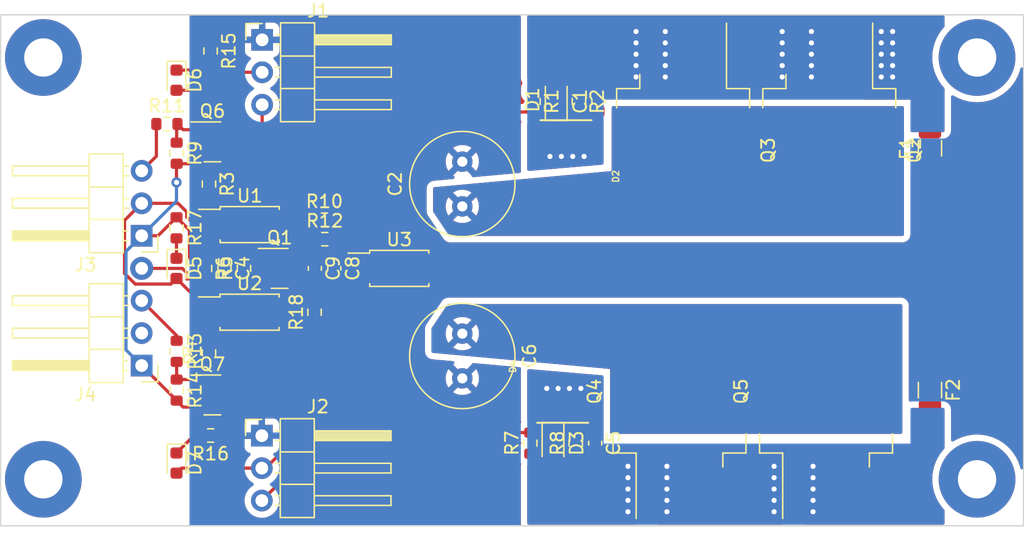
<source format=kicad_pcb>
(kicad_pcb (version 20221018) (generator pcbnew)
  (layers (0 "F.Cu" signal) (31 "B.Cu" signal) (34 "B.Paste" user) (35 "F.Paste" user) (36 "B.SilkS" user "B.Silkscreen") (37 "F.SilkS" user "F.Silkscreen") (38 "B.Mask" user) (39 "F.Mask" user) (44 "Edge.Cuts" user))
  (net 0 "")
  (net 1 "Net-(D1-A)")
  (net 2 "GNDPWR")
  (net 3 "Net-(J1-Pin_3)")
  (net 4 "Net-(J3-Pin_3)")
  (net 5 "GND")
  (net 6 "/SW_AU")
  (net 7 "Net-(Q1-D)")
  (net 8 "Net-(R3-Pad2)")
  (net 9 "Net-(R4-Pad2)")
  (net 10 "/VBATT_24V_T1")
  (net 11 "/PWR_T1")
  (net 12 "Net-(Q1-G)")
  (net 13 "/VBATT_24V_T2")
  (net 14 "Net-(D3-A)")
  (net 15 "/PWR_T2")
  (net 16 "/VBATT_24V")
  (net 17 "/5V_ESC_T1")
  (net 18 "Net-(J2-Pin_3)")
  (net 19 "Net-(C8-Pad1)")
  (net 20 "/5P")
  (net 22 "Net-(J4-Pin_3)")
  (net 23 "Net-(Q6-G)")
  (net 24 "Net-(Q6-D)")
  (net 25 "Net-(D5-K)")
  (net 26 "/5V_ESC_T2")
  (net 27 "Net-(D6-K)")
  (net 28 "Net-(D7-K)")
  (net 29 "Net-(Q7-G)")
  (net 30 "Net-(Q7-D)")
  (footprint "LED_SMD:LED_0603_1608Metric" (layer "F.Cu") (at 63.754 69.85 -90)
    (fp_text reference "D5" (at 0 -1.43 90) (layer "F.SilkS"))
    (fp_text value "LED")
    (pad "1" smd roundrect (at -0.7875 0 270) (size 0.875 0.95) (layers "F.Cu" "F.Paste" "F.Mask") (net 25 "Net-(D5-K)"))
    (pad "2" smd roundrect (at 0.7875 0 270) (size 0.875 0.95) (layers "F.Cu" "F.Paste" "F.Mask") (net 20 "/5P"))
  )
  (footprint "Resistor_SMD:R_0603_1608Metric" (layer "F.Cu") (at 63.7665 79.375 -90)
    (fp_text reference "R14" (at 0 -1.43 90) (layer "F.SilkS"))
    (fp_text value "100k")
    (pad "1" smd roundrect (at -0.825 0 270) (size 0.8 0.95) (layers "F.Cu" "F.Paste" "F.Mask") (net 29 "Net-(Q7-G)"))
    (pad "2" smd roundrect (at 0.825 0 270) (size 0.8 0.95) (layers "F.Cu" "F.Paste" "F.Mask") (net 5 "GND"))
  )
  (footprint "Diode_SMD:D_SOD-323" (layer "F.Cu") (at 93.453 56.654 90)
    (fp_text reference "D1" (at 0 -1.85 90) (layer "F.SilkS"))
    (fp_text value "14.6V")
    (pad "1" smd roundrect (at -1.05 0 90) (size 0.6 0.45) (layers "F.Cu" "F.Paste" "F.Mask") (net 10 "/VBATT_24V_T1"))
    (pad "2" smd roundrect (at 1.05 0 90) (size 0.6 0.45) (layers "F.Cu" "F.Paste" "F.Mask") (net 1 "Net-(D1-A)"))
  )
  (footprint "Resistor_SMD:R_0603_1608Metric" (layer "F.Cu") (at 63.754 66.675 -90)
    (fp_text reference "R17" (at 0 -1.43 90) (layer "F.SilkS"))
    (fp_text value "R")
    (pad "1" smd roundrect (at -0.825 0 270) (size 0.8 0.95) (layers "F.Cu" "F.Paste" "F.Mask") (net 5 "GND"))
    (pad "2" smd roundrect (at 0.825 0 270) (size 0.8 0.95) (layers "F.Cu" "F.Paste" "F.Mask") (net 25 "Net-(D5-K)"))
  )
  (footprint "LED_SMD:LED_0603_1608Metric" (layer "F.Cu") (at 63.754 85.09 -90)
    (fp_text reference "D7" (at 0 -1.43 90) (layer "F.SilkS"))
    (fp_text value "LED")
    (pad "1" smd roundrect (at -0.7875 0 270) (size 0.875 0.95) (layers "F.Cu" "F.Paste" "F.Mask") (net 28 "Net-(D7-K)"))
    (pad "2" smd roundrect (at 0.7875 0 270) (size 0.875 0.95) (layers "F.Cu" "F.Paste" "F.Mask") (net 26 "/5V_ESC_T2"))
  )
  (footprint "Resistor_SMD:R_0603_1608Metric" (layer "F.Cu") (at 75.3485 67.564)
    (fp_text reference "R12" (at 0 -1.43) (layer "F.SilkS"))
    (fp_text value "R")
    (pad "1" smd roundrect (at -0.825 0) (size 0.8 0.95) (layers "F.Cu" "F.Paste" "F.Mask") (net 20 "/5P"))
    (pad "2" smd roundrect (at 0.825 0) (size 0.8 0.95) (layers "F.Cu" "F.Paste" "F.Mask") (net 19 "Net-(C8-Pad1)"))
  )
  (footprint "Resistor_SMD:R_0603_1608Metric" (layer "F.Cu") (at 66.294 63.246 -90)
    (fp_text reference "R3" (at 0 -1.43 -270) (layer "F.SilkS"))
    (fp_text value "R")
    (pad "1" smd roundrect (at -0.825 0 270) (size 0.8 0.95) (layers "F.Cu" "F.Paste" "F.Mask") (net 24 "Net-(Q6-D)"))
    (pad "2" smd roundrect (at 0.825 0 270) (size 0.8 0.95) (layers "F.Cu" "F.Paste" "F.Mask") (net 8 "Net-(R3-Pad2)"))
  )
  (footprint "Package_TO_SOT_SMD:SOT-23" (layer "F.Cu") (at 71.8245 69.85)
    (fp_text reference "Q1" (at 0 -2.4) (layer "F.SilkS"))
    (fp_text value "2N7002")
    (pad "1" smd roundrect (at -0.9375 -0.95) (size 1.475 0.6) (layers "F.Cu" "F.Paste" "F.Mask") (net 12 "Net-(Q1-G)"))
    (pad "2" smd roundrect (at -0.9375 0.95) (size 1.475 0.6) (layers "F.Cu" "F.Paste" "F.Mask") (net 2 "GNDPWR"))
    (pad "3" smd roundrect (at 0.9375 0) (size 1.475 0.6) (layers "F.Cu" "F.Paste" "F.Mask") (net 7 "Net-(Q1-D)"))
  )
  (footprint "Resistor_SMD:R_0603_1608Metric" (layer "F.Cu") (at 66.421 82.931 180)
    (fp_text reference "R16" (at 0 -1.43) (layer "F.SilkS"))
    (fp_text value "R")
    (pad "1" smd roundrect (at -0.825 0 180) (size 0.8 0.95) (layers "F.Cu" "F.Paste" "F.Mask") (net 2 "GNDPWR"))
    (pad "2" smd roundrect (at 0.825 0 180) (size 0.8 0.95) (layers "F.Cu" "F.Paste" "F.Mask") (net 28 "Net-(D7-K)"))
  )
  (footprint "Package_TO_SOT_SMD:TO-263-2" (layer "F.Cu") (at 103.093 79.478 90)
    (fp_text reference "Q4" (at 0 -6.65 90) (layer "F.SilkS"))
    (fp_text value "SUM110P06-08L")
    (pad "1" smd roundrect (at -7.65 -2.54 90) (size 4.6 1.1) (layers "F.Cu" "F.Paste" "F.Mask") (roundrect_rratio 0.227273) (net 14 "Net-(D3-A)"))
    (pad "2" smd roundrect (at -0.925 -2.775 90) (size 4.55 5.25) (layers "F.Cu" "F.Paste") (roundrect_rratio 0.054945) (net 15 "/PWR_T2"))
    (pad "2" smd roundrect (at -0.925 2.775 90) (size 4.55 5.25) (layers "F.Cu" "F.Paste") (roundrect_rratio 0.054945) (net 15 "/PWR_T2"))
    (pad "2" smd roundrect (at 1.5 0 90) (size 9.4 10.8) (layers "F.Cu" "F.Mask") (roundrect_rratio 0.026596) (net 15 "/PWR_T2"))
    (pad "2" smd roundrect (at 3.925 -2.775 90) (size 4.55 5.25) (layers "F.Cu" "F.Paste") (roundrect_rratio 0.054945) (net 15 "/PWR_T2"))
    (pad "2" smd roundrect (at 3.925 2.775 90) (size 4.55 5.25) (layers "F.Cu" "F.Paste") (roundrect_rratio 0.054945) (net 15 "/PWR_T2"))
    (pad "3" smd roundrect (at -7.65 2.54 90) (size 4.6 1.1) (layers "F.Cu" "F.Paste" "F.Mask") (roundrect_rratio 0.227273) (net 13 "/VBATT_24V_T2"))
  )
  (footprint "Capacitor_THT:C_Radial_D8.0mm_H11.5mm_P3.50mm" (layer "F.Cu") (at 86.106 74.958 -90)
    (fp_text reference "C6" (at 1.75 -5.25 90) (layer "F.SilkS"))
    (fp_text value "470uF")
    (pad "1" thru_hole circle (at 0 0 270) (size 1.6 1.6) (drill 0.8) (layers "*.Cu" "*.Mask") (net 15 "/PWR_T2"))
    (pad "2" thru_hole circle (at 3.5 0 270) (size 1.6 1.6) (drill 0.8) (layers "*.Cu" "*.Mask") (net 2 "GNDPWR"))
  )
  (footprint "Connector_PinHeader_2.54mm:PinHeader_1x03_P2.54mm_Horizontal" (layer "F.Cu") (at 70.453 51.958)
    (fp_text reference "J1" (at 4.385 -2.27) (layer "F.SilkS"))
    (fp_text value "Conn_01x03")
    (pad "1" thru_hole rect (at 0 0) (size 1.7 1.7) (drill 1) (layers "*.Cu" "*.Mask") (net 2 "GNDPWR"))
    (pad "2" thru_hole oval (at 0 2.54) (size 1.7 1.7) (drill 1) (layers "*.Cu" "*.Mask") (net 17 "/5V_ESC_T1"))
    (pad "3" thru_hole oval (at 0 5.08) (size 1.7 1.7) (drill 1) (layers "*.Cu" "*.Mask") (net 3 "Net-(J1-Pin_3)"))
  )
  (footprint "Connector_PinHeader_2.54mm:PinHeader_1x03_P2.54mm_Horizontal" (layer "F.Cu") (at 61.0295 77.455 180)
    (fp_text reference "J4" (at 4.385 -2.27) (layer "F.SilkS"))
    (fp_text value "Conn_01x03")
    (pad "1" thru_hole rect (at 0 0 180) (size 1.7 1.7) (drill 1) (layers "*.Cu" "*.Mask") (net 5 "GND"))
    (pad "2" thru_hole oval (at 0 2.54 180) (size 1.7 1.7) (drill 1) (layers "*.Cu" "*.Mask"))
    (pad "3" thru_hole oval (at 0 5.08 180) (size 1.7 1.7) (drill 1) (layers "*.Cu" "*.Mask") (net 22 "Net-(J4-Pin_3)"))
  )
  (footprint "Package_TO_SOT_SMD:TO-263-2" (layer "F.Cu") (at 114.554 79.478 90)
    (fp_text reference "Q5" (at 0 -6.65 90) (layer "F.SilkS"))
    (fp_text value "SUM110P06-08L")
    (pad "1" smd roundrect (at -7.65 -2.54 90) (size 4.6 1.1) (layers "F.Cu" "F.Paste" "F.Mask") (roundrect_rratio 0.227273) (net 14 "Net-(D3-A)"))
    (pad "2" smd roundrect (at -0.925 -2.775 90) (size 4.55 5.25) (layers "F.Cu" "F.Paste") (roundrect_rratio 0.054945) (net 15 "/PWR_T2"))
    (pad "2" smd roundrect (at -0.925 2.775 90) (size 4.55 5.25) (layers "F.Cu" "F.Paste") (roundrect_rratio 0.054945) (net 15 "/PWR_T2"))
    (pad "2" smd roundrect (at 1.5 0 90) (size 9.4 10.8) (layers "F.Cu" "F.Mask") (roundrect_rratio 0.026596) (net 15 "/PWR_T2"))
    (pad "2" smd roundrect (at 3.925 -2.775 90) (size 4.55 5.25) (layers "F.Cu" "F.Paste") (roundrect_rratio 0.054945) (net 15 "/PWR_T2"))
    (pad "2" smd roundrect (at 3.925 2.775 90) (size 4.55 5.25) (layers "F.Cu" "F.Paste") (roundrect_rratio 0.054945) (net 15 "/PWR_T2"))
    (pad "3" smd roundrect (at -7.65 2.54 90) (size 4.6 1.1) (layers "F.Cu" "F.Paste" "F.Mask") (roundrect_rratio 0.227273) (net 13 "/VBATT_24V_T2"))
  )
  (footprint "Package_TO_SOT_SMD:SOT-23" (layer "F.Cu") (at 66.5605 59.944)
    (fp_text reference "Q6" (at 0 -2.4) (layer "F.SilkS"))
    (fp_text value "2N7002")
    (pad "1" smd roundrect (at -0.9375 -0.95) (size 1.475 0.6) (layers "F.Cu" "F.Paste" "F.Mask") (net 23 "Net-(Q6-G)"))
    (pad "2" smd roundrect (at -0.9375 0.95) (size 1.475 0.6) (layers "F.Cu" "F.Paste" "F.Mask") (net 5 "GND"))
    (pad "3" smd roundrect (at 0.9375 0) (size 1.475 0.6) (layers "F.Cu" "F.Paste" "F.Mask") (net 24 "Net-(Q6-D)"))
  )
  (footprint "Resistor_SMD:R_0603_1608Metric" (layer "F.Cu") (at 63.0045 58.547)
    (fp_text reference "R11" (at 0 -1.43) (layer "F.SilkS"))
    (fp_text value "R")
    (pad "1" smd roundrect (at -0.825 0) (size 0.8 0.95) (layers "F.Cu" "F.Paste" "F.Mask") (net 4 "Net-(J3-Pin_3)"))
    (pad "2" smd roundrect (at 0.825 0) (size 0.8 0.95) (layers "F.Cu" "F.Paste" "F.Mask") (net 23 "Net-(Q6-G)"))
  )
  (footprint "Package_TO_SOT_SMD:SOT-23" (layer "F.Cu") (at 66.5605 79.756)
    (fp_text reference "Q7" (at 0 -2.4) (layer "F.SilkS"))
    (fp_text value "2N7002")
    (pad "1" smd roundrect (at -0.9375 -0.95) (size 1.475 0.6) (layers "F.Cu" "F.Paste" "F.Mask") (net 29 "Net-(Q7-G)"))
    (pad "2" smd roundrect (at -0.9375 0.95) (size 1.475 0.6) (layers "F.Cu" "F.Paste" "F.Mask") (net 5 "GND"))
    (pad "3" smd roundrect (at 0.9375 0) (size 1.475 0.6) (layers "F.Cu" "F.Paste" "F.Mask") (net 30 "Net-(Q7-D)"))
  )
  (footprint "Capacitor_SMD:C_0603_1608Metric" (layer "F.Cu") (at 67.5065 69.85 -90)
    (fp_text reference "C4" (at 0 -1.43 90) (layer "F.SilkS"))
    (fp_text value "100nF")
    (pad "1" smd roundrect (at -0.775 0 270) (size 0.9 0.95) (layers "F.Cu" "F.Paste" "F.Mask") (net 12 "Net-(Q1-G)"))
    (pad "2" smd roundrect (at 0.775 0 270) (size 0.9 0.95) (layers "F.Cu" "F.Paste" "F.Mask") (net 2 "GNDPWR"))
  )
  (footprint "ComponentsEvo:DO-214AB" (layer "F.Cu") (at 94.215 62.75 -90)
    (fp_text reference "D2" (at -0.1 -3.9 90) (layer "F.SilkS") (effects (font (size 0.5 0.5) (thickness 0.1))))
    (fp_text value "~" hide)
    (pad "1" smd rect (at -3.3 0 270) (size 1.8 3.2) (layers "F.Cu" "F.Paste" "F.Mask") (net 10 "/VBATT_24V_T1"))
    (pad "2" smd rect (at 3.3 0 270) (size 1.8 3.2) (layers "F.Cu" "F.Paste" "F.Mask") (net 11 "/PWR_T1"))
  )
  (footprint "Resistor_SMD:R_0603_1608Metric" (layer "F.Cu") (at 66.421 52.832 -90)
    (fp_text reference "R15" (at 0 -1.43 90) (layer "F.SilkS"))
    (fp_text value "R")
    (pad "1" smd roundrect (at -0.825 0 270) (size 0.8 0.95) (layers "F.Cu" "F.Paste" "F.Mask") (net 2 "GNDPWR"))
    (pad "2" smd roundrect (at 0.825 0 270) (size 0.8 0.95) (layers "F.Cu" "F.Paste" "F.Mask") (net 27 "Net-(D6-K)"))
  )
  (footprint "LED_SMD:LED_0603_1608Metric" (layer "F.Cu") (at 63.754 55.118 -90)
    (fp_text reference "D6" (at 0 -1.43 90) (layer "F.SilkS"))
    (fp_text value "LED")
    (pad "1" smd roundrect (at -0.7875 0 270) (size 0.875 0.95) (layers "F.Cu" "F.Paste" "F.Mask") (net 27 "Net-(D6-K)"))
    (pad "2" smd roundrect (at 0.7875 0 270) (size 0.875 0.95) (layers "F.Cu" "F.Paste" "F.Mask") (net 17 "/5V_ESC_T1"))
  )
  (footprint "Resistor_SMD:R_0603_1608Metric" (layer "F.Cu") (at 91.675 56.781 -90)
    (fp_text reference "R1" (at 0 -1.43 90) (layer "F.SilkS"))
    (fp_text value "10k")
    (pad "1" smd roundrect (at -0.825 0 270) (size 0.8 0.95) (layers "F.Cu" "F.Paste" "F.Mask") (net 1 "Net-(D1-A)"))
    (pad "2" smd roundrect (at 0.825 0 270) (size 0.8 0.95) (layers "F.Cu" "F.Paste" "F.Mask") (net 7 "Net-(Q1-D)"))
  )
  (footprint "Resistor_SMD:R_0603_1608Metric" (layer "F.Cu") (at 65.9825 69.85 -90)
    (fp_text reference "R6" (at 0 -1.43 90) (layer "F.SilkS"))
    (fp_text value "47k")
    (pad "1" smd roundrect (at -0.825 0 270) (size 0.8 0.95) (layers "F.Cu" "F.Paste" "F.Mask") (net 12 "Net-(Q1-G)"))
    (pad "2" smd roundrect (at 0.825 0 270) (size 0.8 0.95) (layers "F.Cu" "F.Paste" "F.Mask") (net 6 "/SW_AU"))
  )
  (footprint "Package_TO_SOT_SMD:TO-263-2" (layer "F.Cu") (at 114.808 60.603 -90)
    (fp_text reference "Q2" (at 0 -6.65 90) (layer "F.SilkS"))
    (fp_text value "SUM110P06-08L")
    (pad "1" smd roundrect (at -7.65 -2.54 270) (size 4.6 1.1) (layers "F.Cu" "F.Paste" "F.Mask") (roundrect_rratio 0.227273) (net 1 "Net-(D1-A)"))
    (pad "2" smd roundrect (at -0.925 -2.775 270) (size 4.55 5.25) (layers "F.Cu" "F.Paste") (roundrect_rratio 0.054945) (net 11 "/PWR_T1"))
    (pad "2" smd roundrect (at -0.925 2.775 270) (size 4.55 5.25) (layers "F.Cu" "F.Paste") (roundrect_rratio 0.054945) (net 11 "/PWR_T1"))
    (pad "2" smd roundrect (at 1.5 0 270) (size 9.4 10.8) (layers "F.Cu" "F.Mask") (roundrect_rratio 0.026596) (net 11 "/PWR_T1"))
    (pad "2" smd roundrect (at 3.925 -2.775 270) (size 4.55 5.25) (layers "F.Cu" "F.Paste") (roundrect_rratio 0.054945) (net 11 "/PWR_T1"))
    (pad "2" smd roundrect (at 3.925 2.775 270) (size 4.55 5.25) (layers "F.Cu" "F.Paste") (roundrect_rratio 0.054945) (net 11 "/PWR_T1"))
    (pad "3" smd roundrect (at -7.65 2.54 270) (size 4.6 1.1) (layers "F.Cu" "F.Paste" "F.Mask") (roundrect_rratio 0.227273) (net 10 "/VBATT_24V_T1"))
  )
  (footprint "Fuse:Fuse_1206_3216Metric" (layer "F.Cu") (at 122.682 60.452 90)
    (fp_text reference "F1" (at 0 -1.82 90) (layer "F.SilkS"))
    (fp_text value "40A (SF-1206HV40M-2)")
    (pad "1" smd roundrect (at -1.4 0 90) (size 1.25 1.75) (layers "F.Cu" "F.Paste" "F.Mask") (roundrect_rratio 0.2) (net 16 "/VBATT_24V"))
    (pad "2" smd roundrect (at 1.4 0 90) (size 1.25 1.75) (layers "F.Cu" "F.Paste" "F.Mask") (roundrect_rratio 0.2) (net 10 "/VBATT_24V_T1"))
  )
  (footprint "Resistor_SMD:R_0603_1608Metric" (layer "F.Cu") (at 95.231 56.781 -90)
    (fp_text reference "R2" (at 0 -1.43 90) (layer "F.SilkS"))
    (fp_text value "10k")
    (pad "1" smd roundrect (at -0.825 0 270) (size 0.8 0.95) (layers "F.Cu" "F.Paste" "F.Mask") (net 1 "Net-(D1-A)"))
    (pad "2" smd roundrect (at 0.825 0 270) (size 0.8 0.95) (layers "F.Cu" "F.Paste" "F.Mask") (net 10 "/VBATT_24V_T1"))
  )
  (footprint "Connector_PinHeader_2.54mm:PinHeader_1x03_P2.54mm_Horizontal" (layer "F.Cu") (at 61.0295 67.295 180)
    (fp_text reference "J3" (at 4.385 -2.27) (layer "F.SilkS"))
    (fp_text value "Conn_01x03")
    (pad "1" thru_hole rect (at 0 0 180) (size 1.7 1.7) (drill 1) (layers "*.Cu" "*.Mask") (net 5 "GND"))
    (pad "2" thru_hole oval (at 0 2.54 180) (size 1.7 1.7) (drill 1) (layers "*.Cu" "*.Mask") (net 20 "/5P"))
    (pad "3" thru_hole oval (at 0 5.08 180) (size 1.7 1.7) (drill 1) (layers "*.Cu" "*.Mask") (net 4 "Net-(J3-Pin_3)"))
  )
  (footprint "Diode_SMD:D_SOD-323" (layer "F.Cu") (at 93.199 83.53 -90)
    (fp_text reference "D3" (at 0 -1.85 90) (layer "F.SilkS"))
    (fp_text value "14.6V")
    (pad "1" smd roundrect (at -1.05 0 270) (size 0.6 0.45) (layers "F.Cu" "F.Paste" "F.Mask") (net 13 "/VBATT_24V_T2"))
    (pad "2" smd roundrect (at 1.05 0 270) (size 0.6 0.45) (layers "F.Cu" "F.Paste" "F.Mask") (net 14 "Net-(D3-A)"))
  )
  (footprint "Resistor_SMD:R_0603_1608Metric" (layer "F.Cu") (at 69.0305 69.85 90)
    (fp_text reference "R5" (at 0 -1.43 90) (layer "F.SilkS"))
    (fp_text value "100k")
    (pad "1" smd roundrect (at -0.825 0 90) (size 0.8 0.95) (layers "F.Cu" "F.Paste" "F.Mask") (net 2 "GNDPWR"))
    (pad "2" smd roundrect (at 0.825 0 90) (size 0.8 0.95) (layers "F.Cu" "F.Paste" "F.Mask") (net 12 "Net-(Q1-G)"))
  )
  (footprint "Resistor_SMD:R_0603_1608Metric" (layer "F.Cu") (at 63.7665 60.833 -90)
    (fp_text reference "R9" (at 0 -1.43 90) (layer "F.SilkS"))
    (fp_text value "100k")
    (pad "1" smd roundrect (at -0.825 0 270) (size 0.8 0.95) (layers "F.Cu" "F.Paste" "F.Mask") (net 23 "Net-(Q6-G)"))
    (pad "2" smd roundrect (at 0.825 0 270) (size 0.8 0.95) (layers "F.Cu" "F.Paste" "F.Mask") (net 5 "GND"))
  )
  (footprint "Capacitor_SMD:C_0603_1608Metric" (layer "F.Cu") (at 96.501 83.53 -90)
    (fp_text reference "C5" (at 0 -1.43 90) (layer "F.SilkS"))
    (fp_text value "100nF")
    (pad "1" smd roundrect (at -0.775 0 270) (size 0.9 0.95) (layers "F.Cu" "F.Paste" "F.Mask") (net 13 "/VBATT_24V_T2"))
    (pad "2" smd roundrect (at 0.775 0 270) (size 0.9 0.95) (layers "F.Cu" "F.Paste" "F.Mask") (net 14 "Net-(D3-A)"))
  )
  (footprint "Package_TO_SOT_SMD:TO-263-2" (layer "F.Cu") (at 103.378 60.603 -90)
    (fp_text reference "Q3" (at 0 -6.65 90) (layer "F.SilkS"))
    (fp_text value "SUM110P06-08L")
    (pad "1" smd roundrect (at -7.65 -2.54 270) (size 4.6 1.1) (layers "F.Cu" "F.Paste" "F.Mask") (roundrect_rratio 0.227273) (net 1 "Net-(D1-A)"))
    (pad "2" smd roundrect (at -0.925 -2.775 270) (size 4.55 5.25) (layers "F.Cu" "F.Paste") (roundrect_rratio 0.054945) (net 11 "/PWR_T1"))
    (pad "2" smd roundrect (at -0.925 2.775 270) (size 4.55 5.25) (layers "F.Cu" "F.Paste") (roundrect_rratio 0.054945) (net 11 "/PWR_T1"))
    (pad "2" smd roundrect (at 1.5 0 270) (size 9.4 10.8) (layers "F.Cu" "F.Mask") (roundrect_rratio 0.026596) (net 11 "/PWR_T1"))
    (pad "2" smd roundrect (at 3.925 -2.775 270) (size 4.55 5.25) (layers "F.Cu" "F.Paste") (roundrect_rratio 0.054945) (net 11 "/PWR_T1"))
    (pad "2" smd roundrect (at 3.925 2.775 270) (size 4.55 5.25) (layers "F.Cu" "F.Paste") (roundrect_rratio 0.054945) (net 11 "/PWR_T1"))
    (pad "3" smd roundrect (at -7.65 2.54 270) (size 4.6 1.1) (layers "F.Cu" "F.Paste" "F.Mask") (roundrect_rratio 0.227273) (net 10 "/VBATT_24V_T1"))
  )
  (footprint "Capacitor_SMD:C_0603_1608Metric" (layer "F.Cu") (at 76.098 69.85 -90)
    (fp_text reference "C8" (at 0 -1.43 90) (layer "F.SilkS"))
    (fp_text value "100nF")
    (pad "1" smd roundrect (at -0.775 0 270) (size 0.9 0.95) (layers "F.Cu" "F.Paste" "F.Mask") (net 19 "Net-(C8-Pad1)"))
    (pad "2" smd roundrect (at 0.775 0 270) (size 0.9 0.95) (layers "F.Cu" "F.Paste" "F.Mask") (net 5 "GND"))
  )
  (footprint "Connector_PinHeader_2.54mm:PinHeader_1x03_P2.54mm_Horizontal" (layer "F.Cu") (at 70.428 82.946)
    (fp_text reference "J2" (at 4.385 -2.27) (layer "F.SilkS"))
    (fp_text value "Conn_01x03")
    (pad "1" thru_hole rect (at 0 0) (size 1.7 1.7) (drill 1) (layers "*.Cu" "*.Mask") (net 2 "GNDPWR"))
    (pad "2" thru_hole oval (at 0 2.54) (size 1.7 1.7) (drill 1) (layers "*.Cu" "*.Mask") (net 26 "/5V_ESC_T2"))
    (pad "3" thru_hole oval (at 0 5.08) (size 1.7 1.7) (drill 1) (layers "*.Cu" "*.Mask") (net 18 "Net-(J2-Pin_3)"))
  )
  (footprint "Resistor_SMD:R_0603_1608Metric" (layer "F.Cu") (at 63.7665 76.342 -90)
    (fp_text reference "R13" (at 0 -1.43 90) (layer "F.SilkS"))
    (fp_text value "R")
    (pad "1" smd roundrect (at -0.825 0 270) (size 0.8 0.95) (layers "F.Cu" "F.Paste" "F.Mask") (net 22 "Net-(J4-Pin_3)"))
    (pad "2" smd roundrect (at 0.825 0 270) (size 0.8 0.95) (layers "F.Cu" "F.Paste" "F.Mask") (net 29 "Net-(Q7-G)"))
  )
  (footprint "Capacitor_SMD:C_0603_1608Metric" (layer "F.Cu") (at 96.755 56.781 90)
    (fp_text reference "C1" (at 0 -1.43 90) (layer "F.SilkS"))
    (fp_text value "100nF")
    (pad "1" smd roundrect (at -0.775 0 90) (size 0.9 0.95) (layers "F.Cu" "F.Paste" "F.Mask") (net 10 "/VBATT_24V_T1"))
    (pad "2" smd roundrect (at 0.775 0 90) (size 0.9 0.95) (layers "F.Cu" "F.Paste" "F.Mask") (net 1 "Net-(D1-A)"))
  )
  (footprint "Capacitor_THT:C_Radial_D8.0mm_H11.5mm_P3.50mm" (layer "F.Cu") (at 86.106 64.996 90)
    (fp_text reference "C2" (at 1.75 -5.25 90) (layer "F.SilkS"))
    (fp_text value "470uF")
    (pad "1" thru_hole circle (at 0 0 90) (size 1.6 1.6) (drill 0.8) (layers "*.Cu" "*.Mask") (net 11 "/PWR_T1"))
    (pad "2" thru_hole circle (at 3.5 0 90) (size 1.6 1.6) (drill 0.8) (layers "*.Cu" "*.Mask") (net 2 "GNDPWR"))
  )
  (footprint "Capacitor_SMD:C_0603_1608Metric" (layer "F.Cu") (at 74.574 69.85 -90)
    (fp_text reference "C9" (at 0 -1.43 90) (layer "F.SilkS"))
    (fp_text value "10µF")
    (pad "1" smd roundrect (at -0.775 0 270) (size 0.9 0.95) (layers "F.Cu" "F.Paste" "F.Mask") (net 20 "/5P"))
    (pad "2" smd roundrect (at 0.775 0 270) (size 0.9 0.95) (layers "F.Cu" "F.Paste" "F.Mask") (net 5 "GND"))
  )
  (footprint "Resistor_SMD:R_0603_1608Metric" (layer "F.Cu") (at 66.294 76.454 90)
    (fp_text reference "R4" (at 0 -1.43 90) (layer "F.SilkS"))
    (fp_text value "R")
    (pad "1" smd roundrect (at -0.825 0 90) (size 0.8 0.95) (layers "F.Cu" "F.Paste" "F.Mask") (net 30 "Net-(Q7-D)"))
    (pad "2" smd roundrect (at 0.825 0 90) (size 0.8 0.95) (layers "F.Cu" "F.Paste" "F.Mask") (net 9 "Net-(R4-Pad2)"))
  )
  (footprint "Resistor_SMD:R_0603_1608Metric" (layer "F.Cu") (at 75.3235 66.04)
    (fp_text reference "R10" (at 0 -1.43) (layer "F.SilkS"))
    (fp_text value "R")
    (pad "1" smd roundrect (at -0.825 0) (size 0.8 0.95) (layers "F.Cu" "F.Paste" "F.Mask") (net 3 "Net-(J1-Pin_3)"))
    (pad "2" smd roundrect (at 0.825 0) (size 0.8 0.95) (layers "F.Cu" "F.Paste" "F.Mask") (net 2 "GNDPWR"))
  )
  (footprint "ComponentsEvo:DO-214AB" (layer "F.Cu") (at 93.961 77.434 90)
    (fp_text reference "D4" (at -0.1 -3.9 90) (layer "F.SilkS") (effects (font (size 0.5 0.5) (thickness 0.1))))
    (fp_text value "~" hide)
    (pad "1" smd rect (at -3.3 0 90) (size 1.8 3.2) (layers "F.Cu" "F.Paste" "F.Mask") (net 13 "/VBATT_24V_T2"))
    (pad "2" smd rect (at 3.3 0 90) (size 1.8 3.2) (layers "F.Cu" "F.Paste" "F.Mask") (net 15 "/PWR_T2"))
  )
  (footprint "Package_SO:SOP-4_4.4x2.6mm_P1.27mm" (layer "F.Cu") (at 69.4815 66.421)
    (fp_text reference "U1" (at 0 -2.25) (layer "F.SilkS"))
    (fp_text value "ACPL-214-500E")
    (pad "1" smd roundrect (at -3.1875 -0.635) (size 1.625 0.6) (layers "F.Cu" "F.Paste" "F.Mask") (net 8 "Net-(R3-Pad2)"))
    (pad "2" smd roundrect (at -3.1875 0.635) (size 1.625 0.6) (layers "F.Cu" "F.Paste" "F.Mask") (net 20 "/5P"))
    (pad "3" smd roundrect (at 3.1875 0.635) (size 1.625 0.6) (layers "F.Cu" "F.Paste" "F.Mask") (net 3 "Net-(J1-Pin_3)"))
    (pad "4" smd roundrect (at 3.1875 -0.635) (size 1.625 0.6) (layers "F.Cu" "F.Paste" "F.Mask") (net 17 "/5V_ESC_T1"))
  )
  (footprint "Fuse:Fuse_1206_3216Metric" (layer "F.Cu") (at 122.682 79.375 -90)
    (fp_text reference "F2" (at 0 -1.82 -270) (layer "F.SilkS"))
    (fp_text value "40A (SF-1206HV40M-2)")
    (pad "1" smd roundrect (at -1.4 0 270) (size 1.25 1.75) (layers "F.Cu" "F.Paste" "F.Mask") (roundrect_rratio 0.2) (net 16 "/VBATT_24V"))
    (pad "2" smd roundrect (at 1.4 0 270) (size 1.25 1.75) (layers "F.Cu" "F.Paste" "F.Mask") (roundrect_rratio 0.2) (net 13 "/VBATT_24V_T2"))
  )
  (footprint "Resistor_SMD:R_0603_1608Metric" (layer "F.Cu") (at 91.421 83.53 90)
    (fp_text reference "R7" (at 0 -1.43 90) (layer "F.SilkS"))
    (fp_text value "10k")
    (pad "1" smd roundrect (at -0.825 0 90) (size 0.8 0.95) (layers "F.Cu" "F.Paste" "F.Mask") (net 14 "Net-(D3-A)"))
    (pad "2" smd roundrect (at 0.825 0 90) (size 0.8 0.95) (layers "F.Cu" "F.Paste" "F.Mask") (net 7 "Net-(Q1-D)"))
  )
  (footprint "Package_SO:SOP-4_4.4x2.6mm_P1.27mm" (layer "F.Cu") (at 69.469 73.279)
    (fp_text reference "U2" (at 0 -2.25) (layer "F.SilkS"))
    (fp_text value "ACPL-214-500E")
    (pad "1" smd roundrect (at -3.1875 -0.635) (size 1.625 0.6) (layers "F.Cu" "F.Paste" "F.Mask") (net 20 "/5P"))
    (pad "2" smd roundrect (at -3.1875 0.635) (size 1.625 0.6) (layers "F.Cu" "F.Paste" "F.Mask") (net 9 "Net-(R4-Pad2)"))
    (pad "3" smd roundrect (at 3.1875 0.635) (size 1.625 0.6) (layers "F.Cu" "F.Paste" "F.Mask") (net 18 "Net-(J2-Pin_3)"))
    (pad "4" smd roundrect (at 3.1875 -0.635) (size 1.625 0.6) (layers "F.Cu" "F.Paste" "F.Mask") (net 26 "/5V_ESC_T2"))
  )
  (footprint "Resistor_SMD:R_0603_1608Metric" (layer "F.Cu") (at 94.977 83.53 90)
    (fp_text reference "R8" (at 0 -1.43 90) (layer "F.SilkS"))
    (fp_text value "10k")
    (pad "1" smd roundrect (at -0.825 0 90) (size 0.8 0.95) (layers "F.Cu" "F.Paste" "F.Mask") (net 14 "Net-(D3-A)"))
    (pad "2" smd roundrect (at 0.825 0 90) (size 0.8 0.95) (layers "F.Cu" "F.Paste" "F.Mask") (net 13 "/VBATT_24V_T2"))
  )
  (footprint "Package_SO:SOP-4_4.4x2.6mm_P1.27mm" (layer "F.Cu") (at 81.178 69.85)
    (fp_text reference "U3" (at 0 -2.25) (layer "F.SilkS"))
    (fp_text value "ACPL-214-500E")
    (pad "1" smd roundrect (at -3.1875 -0.635) (size 1.625 0.6) (layers "F.Cu" "F.Paste" "F.Mask") (net 19 "Net-(C8-Pad1)"))
    (pad "2" smd roundrect (at -3.1875 0.635) (size 1.625 0.6) (layers "F.Cu" "F.Paste" "F.Mask") (net 5 "GND"))
    (pad "3" smd roundrect (at 3.1875 0.635) (size 1.625 0.6) (layers "F.Cu" "F.Paste" "F.Mask") (net 2 "GNDPWR"))
    (pad "4" smd roundrect (at 3.1875 -0.635) (size 1.625 0.6) (layers "F.Cu" "F.Paste" "F.Mask") (net 7 "Net-(Q1-D)"))
  )
  (footprint "Resistor_SMD:R_0603_1608Metric" (layer "F.Cu") (at 74.549 73.279 90)
    (fp_text reference "R18" (at 0 -1.43 90) (layer "F.SilkS"))
    (fp_text value "R")
    (pad "1" smd roundrect (at -0.825 0 90) (size 0.8 0.95) (layers "F.Cu" "F.Paste" "F.Mask") (net 18 "Net-(J2-Pin_3)"))
    (pad "2" smd roundrect (at 0.825 0 90) (size 0.8 0.95) (layers "F.Cu" "F.Paste" "F.Mask") (net 2 "GNDPWR"))
  )
  (gr_line (start 50 90) (end 50 50) (stroke (width 0.1)) (layer "Edge.Cuts"))
  (gr_line (start 50 50) (end 130 50) (stroke (width 0.1)) (layer "Edge.Cuts"))
  (gr_line (start 130 50) (end 130 90) (stroke (width 0.1)) (layer "Edge.Cuts"))
  (gr_line (start 130 90) (end 50 90) (stroke (width 0.1)) (layer "Edge.Cuts"))
  (via (at 53.34 53.34) (size 6) (drill 3) (layers "F.Cu" "B.Cu") (net 0))
  (via (at 126.365 86.36) (size 6) (drill 3) (layers "F.Cu" "B.Cu") (net 0))
  (via (at 126.365 53.34) (size 6) (drill 3) (layers "F.Cu" "B.Cu") (net 0))
  (via (at 53.34 86.36) (size 6) (drill 3) (layers "F.Cu" "B.Cu") (net 0))
  (segment (start 93.453 55.604) (end 93.453 55.937) (width 0.25) (layer "F.Cu") (net 1))
  (segment (start 105.538 56.006) (end 105.918 55.626) (width 0.25) (layer "F.Cu") (net 1))
  (segment (start 95.231 55.956) (end 93.472 55.956) (width 0.25) (layer "F.Cu") (net 1))
  (segment (start 117.348 55.626) (end 116.967 56.007) (width 0.25) (layer "F.Cu") (net 1))
  (segment (start 95.281 56.006) (end 95.231 55.956) (width 0.25) (layer "F.Cu") (net 1))
  (segment (start 105.918 55.626) (end 105.918 52.953) (width 0.25) (layer "F.Cu") (net 1))
  (segment (start 93.453 55.937) (end 93.472 55.956) (width 0.25) (layer "F.Cu") (net 1))
  (segment (start 117.348 52.953) (end 117.348 55.626) (width 0.25) (layer "F.Cu") (net 1))
  (segment (start 106.299 56.007) (end 105.918 55.626) (width 0.25) (layer "F.Cu") (net 1))
  (segment (start 96.755 56.006) (end 95.281 56.006) (width 0.25) (layer "F.Cu") (net 1))
  (segment (start 93.472 55.956) (end 91.675 55.956) (width 0.25) (layer "F.Cu") (net 1))
  (segment (start 116.967 56.007) (end 106.299 56.007) (width 0.25) (layer "F.Cu") (net 1))
  (segment (start 96.755 56.006) (end 105.538 56.006) (width 0.25) (layer "F.Cu") (net 1))
  (segment (start 68.9805 70.625) (end 69.0305 70.675) (width 0.25) (layer "F.Cu") (net 2))
  (segment (start 66.421 52.007) (end 66.47 51.958) (width 0.25) (layer "F.Cu") (net 2))
  (segment (start 70.887 70.8) (end 71.162 71.075) (width 0.25) (layer "F.Cu") (net 2))
  (segment (start 70.762 70.675) (end 70.887 70.8) (width 0.25) (layer "F.Cu") (net 2))
  (segment (start 67.246 82.931) (end 67.261 82.946) (width 0.25) (layer "F.Cu") (net 2))
  (segment (start 72.669 67.056) (end 73.4825 67.056) (width 0.25) (layer "F.Cu") (net 3))
  (segment (start 70.453 57.038) (end 70.453 62.833) (width 0.25) (layer "F.Cu") (net 3))
  (segment (start 72.39 64.77) (end 73.66 64.77) (width 0.25) (layer "F.Cu") (net 3))
  (segment (start 73.66 64.77) (end 74.4985 65.6085) (width 0.25) (layer "F.Cu") (net 3))
  (segment (start 73.4825 67.056) (end 74.4985 66.04) (width 0.25) (layer "F.Cu") (net 3))
  (segment (start 74.4985 65.6085) (end 74.4985 66.04) (width 0.25) (layer "F.Cu") (net 3))
  (segment (start 70.453 62.833) (end 72.39 64.77) (width 0.25) (layer "F.Cu") (net 3))
  (segment (start 61.0295 62.215) (end 62.1795 61.065) (width 0.25) (layer "F.Cu") (net 4))
  (segment (start 62.1795 61.065) (end 62.1795 58.547) (width 0.25) (layer "F.Cu") (net 4))
  (segment (start 64.77 66.866) (end 63.754 65.85) (width 0.25) (layer "F.Cu") (net 5))
  (segment (start 63.754 61.6705) (end 63.7665 61.658) (width 0.25) (layer "F.Cu") (net 5))
  (segment (start 71.346251 69.85) (end 65.590038 69.85) (width 0.25) (layer "F.Cu") (net 5))
  (segment (start 65.590038 69.85) (end 64.77 69.029962) (width 0.25) (layer "F.Cu") (net 5))
  (segment (start 74.574 70.625) (end 72.121251 70.625) (width 0.25) (layer "F.Cu") (net 5))
  (segment (start 72.121251 70.625) (end 71.346251 69.85) (width 0.25) (layer "F.Cu") (net 5))
  (segment (start 63.7665 61.658) (end 64.859 61.658) (width 0.25) (layer "F.Cu") (net 5))
  (segment (start 65.623 80.706) (end 64.2725 80.706) (width 0.25) (layer "F.Cu") (net 5))
  (segment (start 63.754 63.119) (end 63.754 61.6705) (width 0.25) (layer "F.Cu") (net 5))
  (segment (start 61.0295 67.295) (end 62.309 67.295) (width 0.25) (layer "F.Cu") (net 5))
  (segment (start 62.309 67.295) (end 63.754 65.85) (width 0.25) (layer "F.Cu") (net 5))
  (segment (start 64.77 69.029962) (end 64.77 66.866) (width 0.25) (layer "F.Cu") (net 5))
  (segment (start 64.859 61.658) (end 65.623 60.894) (width 0.25) (layer "F.Cu") (net 5))
  (segment (start 64.2725 80.706) (end 63.7665 80.2) (width 0.25) (layer "F.Cu") (net 5))
  (segment (start 63.7665 80.2) (end 63.7665 80.192) (width 0.25) (layer "F.Cu") (net 5))
  (segment (start 76.238 70.485) (end 76.098 70.625) (width 0.25) (layer "F.Cu") (net 5))
  (segment (start 74.574 70.625) (end 76.098 70.625) (width 0.25) (layer "F.Cu") (net 5))
  (segment (start 77.9905 70.485) (end 76.238 70.485) (width 0.25) (layer "F.Cu") (net 5))
  (segment (start 63.7665 80.192) (end 61.0295 77.455) (width 0.25) (layer "F.Cu") (net 5))
  (via (at 63.754 63.119) (size 0.8) (drill 0.4) (layers "F.Cu" "B.Cu") (net 5))
  (segment (start 61.0295 67.295) (end 63.754 64.5705) (width 0.25) (layer "B.Cu") (net 5))
  (segment (start 59.8045 68.52) (end 59.8045 76.23) (width 0.25) (layer "B.Cu") (net 5))
  (segment (start 61.0295 67.295) (end 59.8045 68.52) (width 0.25) (layer "B.Cu") (net 5))
  (segment (start 63.754 64.5705) (end 63.754 63.119) (width 0.25) (layer "B.Cu") (net 5))
  (segment (start 59.8045 76.23) (end 61.0295 77.455) (width 0.25) (layer "B.Cu") (net 5))
  (segment (start 61.0295 69.85) (end 64.210479 69.85) (width 0.25) (layer "F.Cu") (net 6))
  (segment (start 64.554 70.675) (end 65.9825 70.675) (width 0.25) (layer "F.Cu") (net 6))
  (segment (start 64.554 70.193521) (end 64.554 70.675) (width 0.25) (layer "F.Cu") (net 6))
  (segment (start 64.210479 69.85) (end 64.554 70.193521) (width 0.25) (layer "F.Cu") (net 6))
  (via (at 61.0295 69.85) (size 1.8) (drill 1) (layers "F.Cu" "B.Cu") (net 6))
  (segment (start 84.253 57.606) (end 91.675 57.606) (width 0.25) (layer "F.Cu") (net 7))
  (segment (start 72.762 69.85) (end 82.169 69.85) (width 0.25) (layer "F.Cu") (net 7))
  (segment (start 82.804 69.215) (end 84.3655 69.215) (width 0.25) (layer "F.Cu") (net 7))
  (segment (start 80.899 60.96) (end 84.253 57.606) (width 0.25) (layer "F.Cu") (net 7))
  (segment (start 91.421 82.705) (end 83.467 82.705) (width 0.25) (layer "F.Cu") (net 7))
  (segment (start 82.169 69.85) (end 82.804 69.215) (width 0.25) (layer "F.Cu") (net 7))
  (segment (start 80.899 80.137) (end 80.899 60.96) (width 0.25) (layer "F.Cu") (net 7))
  (segment (start 83.467 82.705) (end 80.899 80.137) (width 0.25) (layer "F.Cu") (net 7))
  (segment (start 66.294 65.786) (end 66.294 64.071) (width 0.25) (layer "F.Cu") (net 8))
  (segment (start 67.056 65.786) (end 66.294 65.786) (width 0.25) (layer "F.Cu") (net 8))
  (segment (start 66.294 73.9265) (end 66.2815 73.914) (width 0.25) (layer "F.Cu") (net 9))
  (segment (start 66.294 75.629) (end 66.294 73.9265) (width 0.25) (layer "F.Cu") (net 9))
  (via (at 118.872 51.308) (size 0.8) (drill 0.4) (layers "F.Cu" "B.Cu") (net 10))
  (via (at 111.125 51.308) (size 0.8) (drill 0.4) (layers "F.Cu" "B.Cu") (net 10))
  (via (at 101.981 53.086) (size 0.8) (drill 0.4) (layers "F.Cu" "B.Cu") (net 10))
  (via (at 118.872 53.975) (size 0.8) (drill 0.4) (layers "F.Cu" "B.Cu") (net 10))
  (via (at 118.872 54.864) (size 0.8) (drill 0.4) (layers "F.Cu" "B.Cu") (net 10))
  (via (at 99.695 52.197) (size 0.8) (drill 0.4) (layers "F.Cu" "B.Cu") (net 10))
  (via (at 119.761 51.308) (size 0.8) (drill 0.4) (layers "F.Cu" "B.Cu") (net 10))
  (via (at 99.695 53.975) (size 0.8) (drill 0.4) (layers "F.Cu" "B.Cu") (net 10))
  (via (at 101.981 53.975) (size 0.8) (drill 0.4) (layers "F.Cu" "B.Cu") (net 10))
  (via (at 119.761 53.975) (size 0.8) (drill 0.4) (layers "F.Cu" "B.Cu") (net 10))
  (via (at 94.742 61.087) (size 0.8) (drill 0.4) (layers "F.Cu" "B.Cu") (net 10))
  (via (at 119.761 53.086) (size 0.8) (drill 0.4) (layers "F.Cu" "B.Cu") (net 10))
  (via (at 92.964 61.087) (size 0.8) (drill 0.4) (layers "F.Cu" "B.Cu") (net 10))
  (via (at 113.411 51.308) (size 0.8) (drill 0.4) (layers "F.Cu" "B.Cu") (net 10))
  (via (at 101.981 52.197) (size 0.8) (drill 0.4) (layers "F.Cu" "B.Cu") (net 10))
  (via (at 111.125 54.864) (size 0.8) (drill 0.4) (layers "F.Cu" "B.Cu") (net 10))
  (via (at 111.125 53.975) (size 0.8) (drill 0.4) (layers "F.Cu" "B.Cu") (net 10))
  (via (at 101.981 51.308) (size 0.8) (drill 0.4) (layers "F.Cu" "B.Cu") (net 10))
  (via (at 113.411 52.197) (size 0.8) (drill 0.4) (layers "F.Cu" "B.Cu") (net 10))
  (via (at 119.761 52.197) (size 0.8) (drill 0.4) (layers "F.Cu" "B.Cu") (net 10))
  (via (at 99.695 53.086) (size 0.8) (drill 0.4) (layers "F.Cu" "B.Cu") (net 10))
  (via (at 99.695 51.308) (size 0.8) (drill 0.4) (layers "F.Cu" "B.Cu") (net 10))
  (via (at 101.981 54.864) (size 0.8) (drill 0.4) (layers "F.Cu" "B.Cu") (net 10))
  (via (at 93.853 61.087) (size 0.8) (drill 0.4) (layers "F.Cu" "B.Cu") (net 10))
  (via (at 95.631 61.087) (size 0.8) (drill 0.4) (layers "F.Cu" "B.Cu") (net 10))
  (via (at 119.761 54.864) (size 0.8) (drill 0.4) (layers "F.Cu" "B.Cu") (net 10))
  (via (at 118.872 53.086) (size 0.8) (drill 0.4) (layers "F.Cu" "B.Cu") (net 10))
  (via (at 111.125 52.197) (size 0.8) (drill 0.4) (layers "F.Cu" "B.Cu") (net 10))
  (via (at 111.125 53.086) (size 0.8) (drill 0.4) (layers "F.Cu" "B.Cu") (net 10))
  (via (at 113.411 54.864) (size 0.8) (drill 0.4) (layers "F.Cu" "B.Cu") (net 10))
  (via (at 99.695 54.864) (size 0.8) (drill 0.4) (layers "F.Cu" "B.Cu") (net 10))
  (via (at 113.411 53.975) (size 0.8) (drill 0.4) (layers "F.Cu" "B.Cu") (net 10))
  (via (at 118.872 52.197) (size 0.8) (drill 0.4) (layers "F.Cu" "B.Cu") (net 10))
  (via (at 113.411 53.086) (size 0.8) (drill 0.4) (layers "F.Cu" "B.Cu") (net 10))
  (segment (start 65.9825 69.025) (end 67.4565 69.025) (width 0.25) (layer "F.Cu") (net 12))
  (segment (start 68.9805 69.075) (end 69.0305 69.025) (width 0.25) (layer "F.Cu") (net 12))
  (segment (start 70.762 69.025) (end 70.887 68.9) (width 0.25) (layer "F.Cu") (net 12))
  (segment (start 67.4565 69.025) (end 67.5065 69.075) (width 0.25) (layer "F.Cu") (net 12))
  (segment (start 67.5065 69.075) (end 68.9805 69.075) (width 0.25) (layer "F.Cu") (net 12))
  (segment (start 69.0305 69.025) (end 70.762 69.025) (width 0.25) (layer "F.Cu") (net 12))
  (via (at 99.06 88.9) (size 0.8) (drill 0.4) (layers "F.Cu" "B.Cu") (net 13))
  (via (at 113.538 87.122) (size 0.8) (drill 0.4) (layers "F.Cu" "B.Cu") (net 13))
  (via (at 113.538 85.344) (size 0.8) (drill 0.4) (layers "F.Cu" "B.Cu") (net 13))
  (via (at 113.538 86.233) (size 0.8) (drill 0.4) (layers "F.Cu" "B.Cu") (net 13))
  (via (at 94.488 79.248) (size 0.8) (drill 0.4) (layers "F.Cu" "B.Cu") (net 13))
  (via (at 102.108 88.011) (size 0.8) (drill 0.4) (layers "F.Cu" "B.Cu") (net 13))
  (via (at 93.599 79.248) (size 0.8) (drill 0.4) (layers "F.Cu" "B.Cu") (net 13))
  (via (at 113.538 88.011) (size 0.8) (drill 0.4) (layers "F.Cu" "B.Cu") (net 13))
  (via (at 113.538 88.9) (size 0.8) (drill 0.4) (layers "F.Cu" "B.Cu") (net 13))
  (via (at 110.49 88.9) (size 0.8) (drill 0.4) (layers "F.Cu" "B.Cu") (net 13))
  (via (at 102.108 88.9) (size 0.8) (drill 0.4) (layers "F.Cu" "B.Cu") (net 13))
  (via (at 102.108 85.344) (size 0.8) (drill 0.4) (layers "F.Cu" "B.Cu") (net 13))
  (via (at 99.06 86.233) (size 0.8) (drill 0.4) (layers "F.Cu" "B.Cu") (net 13))
  (via (at 95.377 79.248) (size 0.8) (drill 0.4) (layers "F.Cu" "B.Cu") (net 13))
  (via (at 102.108 87.122) (size 0.8) (drill 0.4) (layers "F.Cu" "B.Cu") (net 13))
  (via (at 92.71 79.248) (size 0.8) (drill 0.4) (layers "F.Cu" "B.Cu") (net 13))
  (via (at 110.49 87.122) (size 0.8) (drill 0.4) (layers "F.Cu" "B.Cu") (net 13))
  (via (at 110.49 86.233) (size 0.8) (drill 0.4) (layers "F.Cu" "B.Cu") (net 13))
  (via (at 99.06 85.344) (size 0.8) (drill 0.4) (layers "F.Cu" "B.Cu") (net 13))
  (via (at 102.108 86.233) (size 0.8) (drill 0.4) (layers "F.Cu" "B.Cu") (net 13))
  (via (at 99.06 87.122) (size 0.8) (drill 0.4) (layers "F.Cu" "B.Cu") (net 13))
  (via (at 110.49 85.344) (size 0.8) (drill 0.4) (layers "F.Cu" "B.Cu") (net 13))
  (via (at 99.06 88.011) (size 0.8) (drill 0.4) (layers "F.Cu" "B.Cu") (net 13))
  (via (at 110.49 88.011) (size 0.8) (drill 0.4) (layers "F.Cu" "B.Cu") (net 13))
  (segment (start 100.203 84.328) (end 96.524 84.328) (width 0.25) (layer "F.Cu") (net 14))
  (segment (start 100.553 87.128) (end 100.553 84.678) (width 0.25) (layer "F.Cu") (net 14))
  (segment (start 100.965 84.328) (end 111.633 84.328) (width 0.25) (layer "F.Cu") (net 14))
  (segment (start 93.218 84.355) (end 91.421 84.355) (width 0.25) (layer "F.Cu") (net 14))
  (segment (start 95.027 84.305) (end 94.977 84.355) (width 0.25) (layer "F.Cu") (net 14))
  (segment (start 96.524 84.328) (end 96.501 84.305) (width 0.25) (layer "F.Cu") (net 14))
  (segment (start 93.199 84.374) (end 93.218 84.355) (width 0.25) (layer "F.Cu") (net 14))
  (segment (start 93.199 84.58) (end 93.199 84.374) (width 0.25) (layer "F.Cu") (net 14))
  (segment (start 96.501 84.305) (end 95.027 84.305) (width 0.25) (layer "F.Cu") (net 14))
  (segment (start 100.553 84.678) (end 100.615 84.678) (width 0.25) (layer "F.Cu") (net 14))
  (segment (start 111.633 84.328) (end 112.014 84.709) (width 0.25) (layer "F.Cu") (net 14))
  (segment (start 100.615 84.678) (end 100.965 84.328) (width 0.25) (layer "F.Cu") (net 14))
  (segment (start 112.014 84.709) (end 112.014 87.128) (width 0.25) (layer "F.Cu") (net 14))
  (segment (start 94.977 84.355) (end 93.218 84.355) (width 0.25) (layer "F.Cu") (net 14))
  (segment (start 100.553 84.678) (end 100.203 84.328) (width 0.25) (layer "F.Cu") (net 14))
  (segment (start 67.2845 55.9055) (end 68.58 57.201) (width 0.25) (layer "F.Cu") (net 17))
  (segment (start 68.58 57.201) (end 68.58 63.5) (width 0.25) (layer "F.Cu") (net 17))
  (segment (start 70.866 65.786) (end 72.669 65.786) (width 0.25) (layer "F.Cu") (net 17))
  (segment (start 63.754 55.9055) (end 67.2845 55.9055) (width 0.25) (layer "F.Cu") (net 17))
  (segment (start 67.2845 55.9055) (end 68.692 54.498) (width 0.25) (layer "F.Cu") (net 17))
  (segment (start 68.58 63.5) (end 70.866 65.786) (width 0.25) (layer "F.Cu") (net 17))
  (segment (start 68.692 54.498) (end 70.453 54.498) (width 0.25) (layer "F.Cu") (net 17))
  (segment (start 72.6565 85.7975) (end 70.428 88.026) (width 0.25) (layer "F.Cu") (net 18))
  (segment (start 72.6565 73.914) (end 72.6565 85.7975) (width 0.25) (layer "F.Cu") (net 18))
  (segment (start 74.359 73.914) (end 74.549 74.104) (width 0.25) (layer "F.Cu") (net 18))
  (segment (start 72.6565 73.914) (end 74.359 73.914) (width 0.25) (layer "F.Cu") (net 18))
  (segment (start 76.098 67.6395) (end 76.1735 67.564) (width 0.25) (layer "F.Cu") (net 19))
  (segment (start 77.9905 69.215) (end 76.238 69.215) (width 0.25) (layer "F.Cu") (net 19))
  (segment (start 76.098 69.075) (end 76.098 67.6395) (width 0.25) (layer "F.Cu") (net 19))
  (segment (start 76.238 69.215) (end 76.098 69.075) (width 0.25) (layer "F.Cu") (net 19))
  (segment (start 63.754 70.6375) (end 65.7605 72.644) (width 0.25) (layer "F.Cu") (net 20))
  (segment (start 66.294 67.056) (end 66.919 67.681) (width 0.25) (layer "F.Cu") (net 20))
  (segment (start 64.554 65.824) (end 64.554 65.432538) (width 0.25) (layer "F.Cu") (net 20))
  (segment (start 74.574 67.6145) (end 74.5235 67.564) (width 0.25) (layer "F.Cu") (net 20))
  (segment (start 65.7605 72.644) (end 66.2815 72.644) (width 0.25) (layer "F.Cu") (net 20))
  (segment (start 65.786 67.056) (end 64.554 65.824) (width 0.25) (layer "F.Cu") (net 20))
  (segment (start 63.876462 64.755) (end 61.0295 64.755) (width 0.25) (layer "F.Cu") (net 20))
  (segment (start 59.69 66.0945) (end 61.0295 64.755) (width 0.25) (layer "F.Cu") (net 20))
  (segment (start 64.554 65.432538) (end 63.876462 64.755) (width 0.25) (layer "F.Cu") (net 20))
  (segment (start 74.4065 67.681) (end 74.5235 67.564) (width 0.25) (layer "F.Cu") (net 20))
  (segment (start 60.522088 71.075) (end 59.69 70.242912) (width 0.25) (layer "F.Cu") (net 20))
  (segment (start 59.69 70.242912) (end 59.69 66.0945) (width 0.25) (layer "F.Cu") (net 20))
  (segment (start 74.574 69.075) (end 74.574 67.6145) (width 0.25) (layer "F.Cu") (net 20))
  (segment (start 63.3165 71.075) (end 60.522088 71.075) (width 0.25) (layer "F.Cu") (net 20))
  (segment (start 63.754 70.6375) (end 63.3165 71.075) (width 0.25) (layer "F.Cu") (net 20))
  (segment (start 66.294 67.056) (end 65.786 67.056) (width 0.25) (layer "F.Cu") (net 20))
  (segment (start 66.919 67.681) (end 74.4065 67.681) (width 0.25) (layer "F.Cu") (net 20))
  (segment (start 63.7665 75.112) (end 63.7665 75.517) (width 0.25) (layer "F.Cu") (net 22))
  (segment (start 61.0295 72.375) (end 63.7665 75.112) (width 0.25) (layer "F.Cu") (net 22))
  (segment (start 64.2765 58.994) (end 63.8295 58.547) (width 0.25) (layer "F.Cu") (net 23))
  (segment (start 63.7665 58.61) (end 63.8295 58.547) (width 0.25) (layer "F.Cu") (net 23))
  (segment (start 63.7665 60.008) (end 63.7665 58.61) (width 0.25) (layer "F.Cu") (net 23))
  (segment (start 65.623 58.994) (end 64.2765 58.994) (width 0.25) (layer "F.Cu") (net 23))
  (segment (start 67.498 61.217) (end 67.498 59.944) (width 0.25) (layer "F.Cu") (net 24))
  (segment (start 66.294 62.421) (end 67.498 61.217) (width 0.25) (layer "F.Cu") (net 24))
  (segment (start 63.754 67.5) (end 63.754 69.0625) (width 0.25) (layer "F.Cu") (net 25))
  (segment (start 72.2065 84.0035) (end 72.2065 78.4805) (width 0.25) (layer "F.Cu") (net 26))
  (segment (start 72.442249 72.644) (end 72.6565 72.644) (width 0.25) (layer "F.Cu") (net 26))
  (segment (start 71.12 77.394) (end 71.12 73.966249) (width 0.25) (layer "F.Cu") (net 26))
  (segment (start 71.12 73.966249) (end 72.442249 72.644) (width 0.25) (layer "F.Cu") (net 26))
  (segment (start 70.724 85.486) (end 72.2065 84.0035) (width 0.25) (layer "F.Cu") (net 26))
  (segment (start 64.1455 85.486) (end 70.428 85.486) (width 0.25) (layer "F.Cu") (net 26))
  (segment (start 72.2065 78.4805) (end 71.12 77.394) (width 0.25) (layer "F.Cu") (net 26))
  (segment (start 70.428 85.486) (end 70.724 85.486) (width 0.25) (layer "F.Cu") (net 26))
  (segment (start 63.754 85.8775) (end 64.1455 85.486) (width 0.25) (layer "F.Cu") (net 26))
  (segment (start 65.7475 54.3305) (end 66.421 53.657) (width 0.25) (layer "F.Cu") (net 27))
  (segment (start 63.754 54.3305) (end 65.7475 54.3305) (width 0.25) (layer "F.Cu") (net 27))
  (segment (start 65.1255 82.931) (end 63.754 84.3025) (width 0.25) (layer "F.Cu") (net 28))
  (segment (start 65.596 82.931) (end 65.1255 82.931) (width 0.25) (layer "F.Cu") (net 28))
  (segment (start 63.7665 77.167) (end 63.7665 78.55) (width 0.25) (layer "F.Cu") (net 29))
  (segment (start 63.7665 78.55) (end 65.367 78.55) (width 0.25) (layer "F.Cu") (net 29))
  (segment (start 65.367 78.55) (end 65.623 78.806) (width 0.25) (layer "F.Cu") (net 29))
  (segment (start 67.498 79.756) (end 67.498 78.483) (width 0.25) (layer "F.Cu") (net 30))
  (segment (start 67.498 78.483) (end 66.294 77.279) (width 0.25) (layer "F.Cu") (net 30))
  (zone (net 13) (net_name "/VBATT_24V_T2") (layers "F&B.Cu") (priority 2) (connect_pads thru_hole_only (clearance 0.5)) (min_thickness 0.25) (fill yes (thermal_gap 0.5) (thermal_bridge_width 0.5) (island_removal_mode 1) (island_area_min 10))
    (polygon (pts (xy 123.825 89.916) (xy 123.825 81.788) (xy 123.825 80.772) (xy 121.158 80.772) (xy 121.158 83.566) (xy 97.155 83.566) (xy 97.155 78.232) (xy 91.186 77.724) (xy 91.186 89.916)))
  )
  (zone (net 10) (net_name "/VBATT_24V_T1") (layers "F&B.Cu") (priority 2) (connect_pads thru_hole_only (clearance 0.5)) (min_thickness 0.25) (fill yes (thermal_gap 0.5) (thermal_bridge_width 0.5) (island_removal_mode 1) (island_area_min 10))
    (polygon (pts (xy 123.825 50.038) (xy 123.825 58.166) (xy 123.825 59.182) (xy 121.158 59.182) (xy 121.158 56.642) (xy 97.155 56.642) (xy 97.155 61.722) (xy 91.186 62.23) (xy 91.186 50.038)))
  )
  (zone (net 2) (net_name "GNDPWR") (layers "F&B.Cu") (connect_pads thru_hole_only (clearance 0.5)) (min_thickness 0.25) (fill yes (thermal_gap 0.5) (thermal_bridge_width 0.5))
    (polygon (pts (xy 130.048 50.038) (xy 64.77 50.038) (xy 64.77 90.043) (xy 130.048 90.043)))
  )
  (zone (net 15) (net_name "/PWR_T2") (layers "F&B.Cu") (priority 1) (connect_pads thru_hole_only (clearance 0.5)) (min_thickness 0.25) (fill yes (thermal_gap 0.5) (thermal_bridge_width 0.5))
    (polygon (pts (xy 83.693 76.454) (xy 83.693 74.549) (xy 84.963 72.644) (xy 120.523 72.644) (xy 120.523 82.804) (xy 97.663 82.804) (xy 97.663 77.724)))
  )
  (zone (net 11) (net_name "/PWR_T1") (layers "F&B.Cu") (priority 1) (connect_pads thru_hole_only (clearance 0.5)) (min_thickness 0.25) (fill yes (thermal_gap 0.5) (thermal_bridge_width 0.5))
    (polygon (pts (xy 83.82 63.5) (xy 83.82 65.405) (xy 85.09 67.31) (xy 120.65 67.31) (xy 120.65 57.15) (xy 97.79 57.15) (xy 97.79 62.23)))
  )
)
</source>
